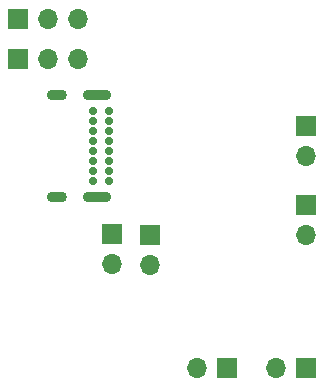
<source format=gbr>
%TF.GenerationSoftware,KiCad,Pcbnew,9.0.0*%
%TF.CreationDate,2025-09-05T21:38:02-05:00*%
%TF.ProjectId,RIOT_Receiver_ESP,52494f54-5f52-4656-9365-697665725f45,rev?*%
%TF.SameCoordinates,Original*%
%TF.FileFunction,Soldermask,Bot*%
%TF.FilePolarity,Negative*%
%FSLAX46Y46*%
G04 Gerber Fmt 4.6, Leading zero omitted, Abs format (unit mm)*
G04 Created by KiCad (PCBNEW 9.0.0) date 2025-09-05 21:38:02*
%MOMM*%
%LPD*%
G01*
G04 APERTURE LIST*
%ADD10R,1.700000X1.700000*%
%ADD11O,1.700000X1.700000*%
%ADD12C,0.700000*%
%ADD13O,2.400000X0.900000*%
%ADD14O,1.700000X0.900000*%
G04 APERTURE END LIST*
D10*
%TO.C,J7*%
X163750000Y-105225000D03*
D11*
X163750000Y-107765000D03*
%TD*%
D10*
%TO.C,J8*%
X152560000Y-90400000D03*
D11*
X155100000Y-90400000D03*
X157640000Y-90400000D03*
%TD*%
D10*
%TO.C,J9*%
X160500000Y-105200000D03*
D11*
X160500000Y-107740000D03*
%TD*%
D12*
%TO.C,J5*%
X160275000Y-94775000D03*
X160275000Y-95625000D03*
X160275000Y-96475000D03*
X160275000Y-97325000D03*
X160275000Y-98175000D03*
X160275000Y-99025000D03*
X160275000Y-99875000D03*
X160275000Y-100725000D03*
X158925000Y-100725000D03*
X158925000Y-99875000D03*
X158925000Y-99025000D03*
X158925000Y-98175000D03*
X158925000Y-97325000D03*
X158925000Y-96475000D03*
X158925000Y-95625000D03*
X158925000Y-94775000D03*
D13*
X159295000Y-93425000D03*
D14*
X155915000Y-93425000D03*
D13*
X159295000Y-102075000D03*
D14*
X155915000Y-102075000D03*
%TD*%
D10*
%TO.C,J1*%
X177000000Y-116500000D03*
D11*
X174460000Y-116500000D03*
%TD*%
D10*
%TO.C,J6*%
X177000000Y-96000000D03*
D11*
X177000000Y-98540000D03*
%TD*%
D10*
%TO.C,J10*%
X152575000Y-87000000D03*
D11*
X155115000Y-87000000D03*
X157655000Y-87000000D03*
%TD*%
D10*
%TO.C,J4*%
X177000000Y-102725000D03*
D11*
X177000000Y-105265000D03*
%TD*%
D10*
%TO.C,J2*%
X170275000Y-116500000D03*
D11*
X167735000Y-116500000D03*
%TD*%
M02*

</source>
